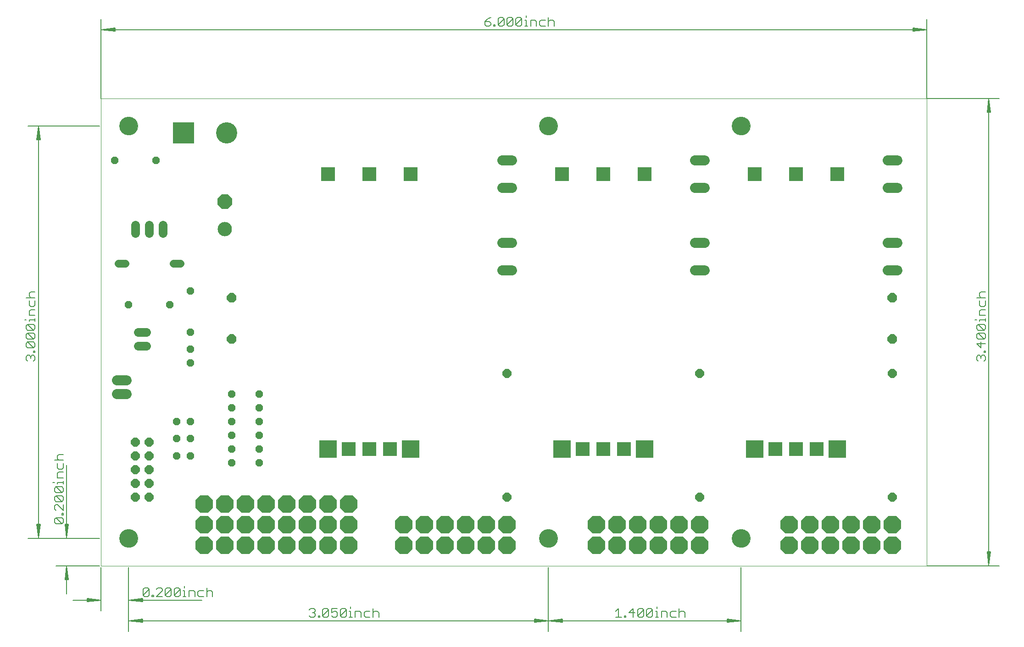
<source format=gbs>
G75*
%MOIN*%
%OFA0B0*%
%FSLAX25Y25*%
%IPPOS*%
%LPD*%
%AMOC8*
5,1,8,0,0,1.08239X$1,22.5*
%
%ADD10C,0.00000*%
%ADD11C,0.00512*%
%ADD12C,0.00600*%
%ADD13C,0.10400*%
%ADD14OC8,0.10400*%
%ADD15C,0.07450*%
%ADD16C,0.13400*%
%ADD17OC8,0.05600*%
%ADD18C,0.06400*%
%ADD19C,0.05600*%
%ADD20R,0.09849X0.09849*%
%ADD21R,0.13061X0.13061*%
%ADD22OC8,0.07000*%
%ADD23OC8,0.06400*%
%ADD24OC8,0.12900*%
%ADD25R,0.15400X0.15400*%
%ADD26C,0.15400*%
%ADD27C,0.07487*%
D10*
X0240000Y0265000D02*
X0240000Y0605000D01*
X0840000Y0605000D01*
X0840000Y0265000D01*
X0240000Y0265000D01*
X0253500Y0285000D02*
X0253502Y0285161D01*
X0253508Y0285321D01*
X0253518Y0285482D01*
X0253532Y0285642D01*
X0253550Y0285802D01*
X0253571Y0285961D01*
X0253597Y0286120D01*
X0253627Y0286278D01*
X0253660Y0286435D01*
X0253698Y0286592D01*
X0253739Y0286747D01*
X0253784Y0286901D01*
X0253833Y0287054D01*
X0253886Y0287206D01*
X0253942Y0287357D01*
X0254003Y0287506D01*
X0254066Y0287654D01*
X0254134Y0287800D01*
X0254205Y0287944D01*
X0254279Y0288086D01*
X0254357Y0288227D01*
X0254439Y0288365D01*
X0254524Y0288502D01*
X0254612Y0288636D01*
X0254704Y0288768D01*
X0254799Y0288898D01*
X0254897Y0289026D01*
X0254998Y0289151D01*
X0255102Y0289273D01*
X0255209Y0289393D01*
X0255319Y0289510D01*
X0255432Y0289625D01*
X0255548Y0289736D01*
X0255667Y0289845D01*
X0255788Y0289950D01*
X0255912Y0290053D01*
X0256038Y0290153D01*
X0256166Y0290249D01*
X0256297Y0290342D01*
X0256431Y0290432D01*
X0256566Y0290519D01*
X0256704Y0290602D01*
X0256843Y0290682D01*
X0256985Y0290758D01*
X0257128Y0290831D01*
X0257273Y0290900D01*
X0257420Y0290966D01*
X0257568Y0291028D01*
X0257718Y0291086D01*
X0257869Y0291141D01*
X0258022Y0291192D01*
X0258176Y0291239D01*
X0258331Y0291282D01*
X0258487Y0291321D01*
X0258643Y0291357D01*
X0258801Y0291388D01*
X0258959Y0291416D01*
X0259118Y0291440D01*
X0259278Y0291460D01*
X0259438Y0291476D01*
X0259598Y0291488D01*
X0259759Y0291496D01*
X0259920Y0291500D01*
X0260080Y0291500D01*
X0260241Y0291496D01*
X0260402Y0291488D01*
X0260562Y0291476D01*
X0260722Y0291460D01*
X0260882Y0291440D01*
X0261041Y0291416D01*
X0261199Y0291388D01*
X0261357Y0291357D01*
X0261513Y0291321D01*
X0261669Y0291282D01*
X0261824Y0291239D01*
X0261978Y0291192D01*
X0262131Y0291141D01*
X0262282Y0291086D01*
X0262432Y0291028D01*
X0262580Y0290966D01*
X0262727Y0290900D01*
X0262872Y0290831D01*
X0263015Y0290758D01*
X0263157Y0290682D01*
X0263296Y0290602D01*
X0263434Y0290519D01*
X0263569Y0290432D01*
X0263703Y0290342D01*
X0263834Y0290249D01*
X0263962Y0290153D01*
X0264088Y0290053D01*
X0264212Y0289950D01*
X0264333Y0289845D01*
X0264452Y0289736D01*
X0264568Y0289625D01*
X0264681Y0289510D01*
X0264791Y0289393D01*
X0264898Y0289273D01*
X0265002Y0289151D01*
X0265103Y0289026D01*
X0265201Y0288898D01*
X0265296Y0288768D01*
X0265388Y0288636D01*
X0265476Y0288502D01*
X0265561Y0288365D01*
X0265643Y0288227D01*
X0265721Y0288086D01*
X0265795Y0287944D01*
X0265866Y0287800D01*
X0265934Y0287654D01*
X0265997Y0287506D01*
X0266058Y0287357D01*
X0266114Y0287206D01*
X0266167Y0287054D01*
X0266216Y0286901D01*
X0266261Y0286747D01*
X0266302Y0286592D01*
X0266340Y0286435D01*
X0266373Y0286278D01*
X0266403Y0286120D01*
X0266429Y0285961D01*
X0266450Y0285802D01*
X0266468Y0285642D01*
X0266482Y0285482D01*
X0266492Y0285321D01*
X0266498Y0285161D01*
X0266500Y0285000D01*
X0266498Y0284839D01*
X0266492Y0284679D01*
X0266482Y0284518D01*
X0266468Y0284358D01*
X0266450Y0284198D01*
X0266429Y0284039D01*
X0266403Y0283880D01*
X0266373Y0283722D01*
X0266340Y0283565D01*
X0266302Y0283408D01*
X0266261Y0283253D01*
X0266216Y0283099D01*
X0266167Y0282946D01*
X0266114Y0282794D01*
X0266058Y0282643D01*
X0265997Y0282494D01*
X0265934Y0282346D01*
X0265866Y0282200D01*
X0265795Y0282056D01*
X0265721Y0281914D01*
X0265643Y0281773D01*
X0265561Y0281635D01*
X0265476Y0281498D01*
X0265388Y0281364D01*
X0265296Y0281232D01*
X0265201Y0281102D01*
X0265103Y0280974D01*
X0265002Y0280849D01*
X0264898Y0280727D01*
X0264791Y0280607D01*
X0264681Y0280490D01*
X0264568Y0280375D01*
X0264452Y0280264D01*
X0264333Y0280155D01*
X0264212Y0280050D01*
X0264088Y0279947D01*
X0263962Y0279847D01*
X0263834Y0279751D01*
X0263703Y0279658D01*
X0263569Y0279568D01*
X0263434Y0279481D01*
X0263296Y0279398D01*
X0263157Y0279318D01*
X0263015Y0279242D01*
X0262872Y0279169D01*
X0262727Y0279100D01*
X0262580Y0279034D01*
X0262432Y0278972D01*
X0262282Y0278914D01*
X0262131Y0278859D01*
X0261978Y0278808D01*
X0261824Y0278761D01*
X0261669Y0278718D01*
X0261513Y0278679D01*
X0261357Y0278643D01*
X0261199Y0278612D01*
X0261041Y0278584D01*
X0260882Y0278560D01*
X0260722Y0278540D01*
X0260562Y0278524D01*
X0260402Y0278512D01*
X0260241Y0278504D01*
X0260080Y0278500D01*
X0259920Y0278500D01*
X0259759Y0278504D01*
X0259598Y0278512D01*
X0259438Y0278524D01*
X0259278Y0278540D01*
X0259118Y0278560D01*
X0258959Y0278584D01*
X0258801Y0278612D01*
X0258643Y0278643D01*
X0258487Y0278679D01*
X0258331Y0278718D01*
X0258176Y0278761D01*
X0258022Y0278808D01*
X0257869Y0278859D01*
X0257718Y0278914D01*
X0257568Y0278972D01*
X0257420Y0279034D01*
X0257273Y0279100D01*
X0257128Y0279169D01*
X0256985Y0279242D01*
X0256843Y0279318D01*
X0256704Y0279398D01*
X0256566Y0279481D01*
X0256431Y0279568D01*
X0256297Y0279658D01*
X0256166Y0279751D01*
X0256038Y0279847D01*
X0255912Y0279947D01*
X0255788Y0280050D01*
X0255667Y0280155D01*
X0255548Y0280264D01*
X0255432Y0280375D01*
X0255319Y0280490D01*
X0255209Y0280607D01*
X0255102Y0280727D01*
X0254998Y0280849D01*
X0254897Y0280974D01*
X0254799Y0281102D01*
X0254704Y0281232D01*
X0254612Y0281364D01*
X0254524Y0281498D01*
X0254439Y0281635D01*
X0254357Y0281773D01*
X0254279Y0281914D01*
X0254205Y0282056D01*
X0254134Y0282200D01*
X0254066Y0282346D01*
X0254003Y0282494D01*
X0253942Y0282643D01*
X0253886Y0282794D01*
X0253833Y0282946D01*
X0253784Y0283099D01*
X0253739Y0283253D01*
X0253698Y0283408D01*
X0253660Y0283565D01*
X0253627Y0283722D01*
X0253597Y0283880D01*
X0253571Y0284039D01*
X0253550Y0284198D01*
X0253532Y0284358D01*
X0253518Y0284518D01*
X0253508Y0284679D01*
X0253502Y0284839D01*
X0253500Y0285000D01*
X0558500Y0285000D02*
X0558502Y0285161D01*
X0558508Y0285321D01*
X0558518Y0285482D01*
X0558532Y0285642D01*
X0558550Y0285802D01*
X0558571Y0285961D01*
X0558597Y0286120D01*
X0558627Y0286278D01*
X0558660Y0286435D01*
X0558698Y0286592D01*
X0558739Y0286747D01*
X0558784Y0286901D01*
X0558833Y0287054D01*
X0558886Y0287206D01*
X0558942Y0287357D01*
X0559003Y0287506D01*
X0559066Y0287654D01*
X0559134Y0287800D01*
X0559205Y0287944D01*
X0559279Y0288086D01*
X0559357Y0288227D01*
X0559439Y0288365D01*
X0559524Y0288502D01*
X0559612Y0288636D01*
X0559704Y0288768D01*
X0559799Y0288898D01*
X0559897Y0289026D01*
X0559998Y0289151D01*
X0560102Y0289273D01*
X0560209Y0289393D01*
X0560319Y0289510D01*
X0560432Y0289625D01*
X0560548Y0289736D01*
X0560667Y0289845D01*
X0560788Y0289950D01*
X0560912Y0290053D01*
X0561038Y0290153D01*
X0561166Y0290249D01*
X0561297Y0290342D01*
X0561431Y0290432D01*
X0561566Y0290519D01*
X0561704Y0290602D01*
X0561843Y0290682D01*
X0561985Y0290758D01*
X0562128Y0290831D01*
X0562273Y0290900D01*
X0562420Y0290966D01*
X0562568Y0291028D01*
X0562718Y0291086D01*
X0562869Y0291141D01*
X0563022Y0291192D01*
X0563176Y0291239D01*
X0563331Y0291282D01*
X0563487Y0291321D01*
X0563643Y0291357D01*
X0563801Y0291388D01*
X0563959Y0291416D01*
X0564118Y0291440D01*
X0564278Y0291460D01*
X0564438Y0291476D01*
X0564598Y0291488D01*
X0564759Y0291496D01*
X0564920Y0291500D01*
X0565080Y0291500D01*
X0565241Y0291496D01*
X0565402Y0291488D01*
X0565562Y0291476D01*
X0565722Y0291460D01*
X0565882Y0291440D01*
X0566041Y0291416D01*
X0566199Y0291388D01*
X0566357Y0291357D01*
X0566513Y0291321D01*
X0566669Y0291282D01*
X0566824Y0291239D01*
X0566978Y0291192D01*
X0567131Y0291141D01*
X0567282Y0291086D01*
X0567432Y0291028D01*
X0567580Y0290966D01*
X0567727Y0290900D01*
X0567872Y0290831D01*
X0568015Y0290758D01*
X0568157Y0290682D01*
X0568296Y0290602D01*
X0568434Y0290519D01*
X0568569Y0290432D01*
X0568703Y0290342D01*
X0568834Y0290249D01*
X0568962Y0290153D01*
X0569088Y0290053D01*
X0569212Y0289950D01*
X0569333Y0289845D01*
X0569452Y0289736D01*
X0569568Y0289625D01*
X0569681Y0289510D01*
X0569791Y0289393D01*
X0569898Y0289273D01*
X0570002Y0289151D01*
X0570103Y0289026D01*
X0570201Y0288898D01*
X0570296Y0288768D01*
X0570388Y0288636D01*
X0570476Y0288502D01*
X0570561Y0288365D01*
X0570643Y0288227D01*
X0570721Y0288086D01*
X0570795Y0287944D01*
X0570866Y0287800D01*
X0570934Y0287654D01*
X0570997Y0287506D01*
X0571058Y0287357D01*
X0571114Y0287206D01*
X0571167Y0287054D01*
X0571216Y0286901D01*
X0571261Y0286747D01*
X0571302Y0286592D01*
X0571340Y0286435D01*
X0571373Y0286278D01*
X0571403Y0286120D01*
X0571429Y0285961D01*
X0571450Y0285802D01*
X0571468Y0285642D01*
X0571482Y0285482D01*
X0571492Y0285321D01*
X0571498Y0285161D01*
X0571500Y0285000D01*
X0571498Y0284839D01*
X0571492Y0284679D01*
X0571482Y0284518D01*
X0571468Y0284358D01*
X0571450Y0284198D01*
X0571429Y0284039D01*
X0571403Y0283880D01*
X0571373Y0283722D01*
X0571340Y0283565D01*
X0571302Y0283408D01*
X0571261Y0283253D01*
X0571216Y0283099D01*
X0571167Y0282946D01*
X0571114Y0282794D01*
X0571058Y0282643D01*
X0570997Y0282494D01*
X0570934Y0282346D01*
X0570866Y0282200D01*
X0570795Y0282056D01*
X0570721Y0281914D01*
X0570643Y0281773D01*
X0570561Y0281635D01*
X0570476Y0281498D01*
X0570388Y0281364D01*
X0570296Y0281232D01*
X0570201Y0281102D01*
X0570103Y0280974D01*
X0570002Y0280849D01*
X0569898Y0280727D01*
X0569791Y0280607D01*
X0569681Y0280490D01*
X0569568Y0280375D01*
X0569452Y0280264D01*
X0569333Y0280155D01*
X0569212Y0280050D01*
X0569088Y0279947D01*
X0568962Y0279847D01*
X0568834Y0279751D01*
X0568703Y0279658D01*
X0568569Y0279568D01*
X0568434Y0279481D01*
X0568296Y0279398D01*
X0568157Y0279318D01*
X0568015Y0279242D01*
X0567872Y0279169D01*
X0567727Y0279100D01*
X0567580Y0279034D01*
X0567432Y0278972D01*
X0567282Y0278914D01*
X0567131Y0278859D01*
X0566978Y0278808D01*
X0566824Y0278761D01*
X0566669Y0278718D01*
X0566513Y0278679D01*
X0566357Y0278643D01*
X0566199Y0278612D01*
X0566041Y0278584D01*
X0565882Y0278560D01*
X0565722Y0278540D01*
X0565562Y0278524D01*
X0565402Y0278512D01*
X0565241Y0278504D01*
X0565080Y0278500D01*
X0564920Y0278500D01*
X0564759Y0278504D01*
X0564598Y0278512D01*
X0564438Y0278524D01*
X0564278Y0278540D01*
X0564118Y0278560D01*
X0563959Y0278584D01*
X0563801Y0278612D01*
X0563643Y0278643D01*
X0563487Y0278679D01*
X0563331Y0278718D01*
X0563176Y0278761D01*
X0563022Y0278808D01*
X0562869Y0278859D01*
X0562718Y0278914D01*
X0562568Y0278972D01*
X0562420Y0279034D01*
X0562273Y0279100D01*
X0562128Y0279169D01*
X0561985Y0279242D01*
X0561843Y0279318D01*
X0561704Y0279398D01*
X0561566Y0279481D01*
X0561431Y0279568D01*
X0561297Y0279658D01*
X0561166Y0279751D01*
X0561038Y0279847D01*
X0560912Y0279947D01*
X0560788Y0280050D01*
X0560667Y0280155D01*
X0560548Y0280264D01*
X0560432Y0280375D01*
X0560319Y0280490D01*
X0560209Y0280607D01*
X0560102Y0280727D01*
X0559998Y0280849D01*
X0559897Y0280974D01*
X0559799Y0281102D01*
X0559704Y0281232D01*
X0559612Y0281364D01*
X0559524Y0281498D01*
X0559439Y0281635D01*
X0559357Y0281773D01*
X0559279Y0281914D01*
X0559205Y0282056D01*
X0559134Y0282200D01*
X0559066Y0282346D01*
X0559003Y0282494D01*
X0558942Y0282643D01*
X0558886Y0282794D01*
X0558833Y0282946D01*
X0558784Y0283099D01*
X0558739Y0283253D01*
X0558698Y0283408D01*
X0558660Y0283565D01*
X0558627Y0283722D01*
X0558597Y0283880D01*
X0558571Y0284039D01*
X0558550Y0284198D01*
X0558532Y0284358D01*
X0558518Y0284518D01*
X0558508Y0284679D01*
X0558502Y0284839D01*
X0558500Y0285000D01*
X0698500Y0285000D02*
X0698502Y0285161D01*
X0698508Y0285321D01*
X0698518Y0285482D01*
X0698532Y0285642D01*
X0698550Y0285802D01*
X0698571Y0285961D01*
X0698597Y0286120D01*
X0698627Y0286278D01*
X0698660Y0286435D01*
X0698698Y0286592D01*
X0698739Y0286747D01*
X0698784Y0286901D01*
X0698833Y0287054D01*
X0698886Y0287206D01*
X0698942Y0287357D01*
X0699003Y0287506D01*
X0699066Y0287654D01*
X0699134Y0287800D01*
X0699205Y0287944D01*
X0699279Y0288086D01*
X0699357Y0288227D01*
X0699439Y0288365D01*
X0699524Y0288502D01*
X0699612Y0288636D01*
X0699704Y0288768D01*
X0699799Y0288898D01*
X0699897Y0289026D01*
X0699998Y0289151D01*
X0700102Y0289273D01*
X0700209Y0289393D01*
X0700319Y0289510D01*
X0700432Y0289625D01*
X0700548Y0289736D01*
X0700667Y0289845D01*
X0700788Y0289950D01*
X0700912Y0290053D01*
X0701038Y0290153D01*
X0701166Y0290249D01*
X0701297Y0290342D01*
X0701431Y0290432D01*
X0701566Y0290519D01*
X0701704Y0290602D01*
X0701843Y0290682D01*
X0701985Y0290758D01*
X0702128Y0290831D01*
X0702273Y0290900D01*
X0702420Y0290966D01*
X0702568Y0291028D01*
X0702718Y0291086D01*
X0702869Y0291141D01*
X0703022Y0291192D01*
X0703176Y0291239D01*
X0703331Y0291282D01*
X0703487Y0291321D01*
X0703643Y0291357D01*
X0703801Y0291388D01*
X0703959Y0291416D01*
X0704118Y0291440D01*
X0704278Y0291460D01*
X0704438Y0291476D01*
X0704598Y0291488D01*
X0704759Y0291496D01*
X0704920Y0291500D01*
X0705080Y0291500D01*
X0705241Y0291496D01*
X0705402Y0291488D01*
X0705562Y0291476D01*
X0705722Y0291460D01*
X0705882Y0291440D01*
X0706041Y0291416D01*
X0706199Y0291388D01*
X0706357Y0291357D01*
X0706513Y0291321D01*
X0706669Y0291282D01*
X0706824Y0291239D01*
X0706978Y0291192D01*
X0707131Y0291141D01*
X0707282Y0291086D01*
X0707432Y0291028D01*
X0707580Y0290966D01*
X0707727Y0290900D01*
X0707872Y0290831D01*
X0708015Y0290758D01*
X0708157Y0290682D01*
X0708296Y0290602D01*
X0708434Y0290519D01*
X0708569Y0290432D01*
X0708703Y0290342D01*
X0708834Y0290249D01*
X0708962Y0290153D01*
X0709088Y0290053D01*
X0709212Y0289950D01*
X0709333Y0289845D01*
X0709452Y0289736D01*
X0709568Y0289625D01*
X0709681Y0289510D01*
X0709791Y0289393D01*
X0709898Y0289273D01*
X0710002Y0289151D01*
X0710103Y0289026D01*
X0710201Y0288898D01*
X0710296Y0288768D01*
X0710388Y0288636D01*
X0710476Y0288502D01*
X0710561Y0288365D01*
X0710643Y0288227D01*
X0710721Y0288086D01*
X0710795Y0287944D01*
X0710866Y0287800D01*
X0710934Y0287654D01*
X0710997Y0287506D01*
X0711058Y0287357D01*
X0711114Y0287206D01*
X0711167Y0287054D01*
X0711216Y0286901D01*
X0711261Y0286747D01*
X0711302Y0286592D01*
X0711340Y0286435D01*
X0711373Y0286278D01*
X0711403Y0286120D01*
X0711429Y0285961D01*
X0711450Y0285802D01*
X0711468Y0285642D01*
X0711482Y0285482D01*
X0711492Y0285321D01*
X0711498Y0285161D01*
X0711500Y0285000D01*
X0711498Y0284839D01*
X0711492Y0284679D01*
X0711482Y0284518D01*
X0711468Y0284358D01*
X0711450Y0284198D01*
X0711429Y0284039D01*
X0711403Y0283880D01*
X0711373Y0283722D01*
X0711340Y0283565D01*
X0711302Y0283408D01*
X0711261Y0283253D01*
X0711216Y0283099D01*
X0711167Y0282946D01*
X0711114Y0282794D01*
X0711058Y0282643D01*
X0710997Y0282494D01*
X0710934Y0282346D01*
X0710866Y0282200D01*
X0710795Y0282056D01*
X0710721Y0281914D01*
X0710643Y0281773D01*
X0710561Y0281635D01*
X0710476Y0281498D01*
X0710388Y0281364D01*
X0710296Y0281232D01*
X0710201Y0281102D01*
X0710103Y0280974D01*
X0710002Y0280849D01*
X0709898Y0280727D01*
X0709791Y0280607D01*
X0709681Y0280490D01*
X0709568Y0280375D01*
X0709452Y0280264D01*
X0709333Y0280155D01*
X0709212Y0280050D01*
X0709088Y0279947D01*
X0708962Y0279847D01*
X0708834Y0279751D01*
X0708703Y0279658D01*
X0708569Y0279568D01*
X0708434Y0279481D01*
X0708296Y0279398D01*
X0708157Y0279318D01*
X0708015Y0279242D01*
X0707872Y0279169D01*
X0707727Y0279100D01*
X0707580Y0279034D01*
X0707432Y0278972D01*
X0707282Y0278914D01*
X0707131Y0278859D01*
X0706978Y0278808D01*
X0706824Y0278761D01*
X0706669Y0278718D01*
X0706513Y0278679D01*
X0706357Y0278643D01*
X0706199Y0278612D01*
X0706041Y0278584D01*
X0705882Y0278560D01*
X0705722Y0278540D01*
X0705562Y0278524D01*
X0705402Y0278512D01*
X0705241Y0278504D01*
X0705080Y0278500D01*
X0704920Y0278500D01*
X0704759Y0278504D01*
X0704598Y0278512D01*
X0704438Y0278524D01*
X0704278Y0278540D01*
X0704118Y0278560D01*
X0703959Y0278584D01*
X0703801Y0278612D01*
X0703643Y0278643D01*
X0703487Y0278679D01*
X0703331Y0278718D01*
X0703176Y0278761D01*
X0703022Y0278808D01*
X0702869Y0278859D01*
X0702718Y0278914D01*
X0702568Y0278972D01*
X0702420Y0279034D01*
X0702273Y0279100D01*
X0702128Y0279169D01*
X0701985Y0279242D01*
X0701843Y0279318D01*
X0701704Y0279398D01*
X0701566Y0279481D01*
X0701431Y0279568D01*
X0701297Y0279658D01*
X0701166Y0279751D01*
X0701038Y0279847D01*
X0700912Y0279947D01*
X0700788Y0280050D01*
X0700667Y0280155D01*
X0700548Y0280264D01*
X0700432Y0280375D01*
X0700319Y0280490D01*
X0700209Y0280607D01*
X0700102Y0280727D01*
X0699998Y0280849D01*
X0699897Y0280974D01*
X0699799Y0281102D01*
X0699704Y0281232D01*
X0699612Y0281364D01*
X0699524Y0281498D01*
X0699439Y0281635D01*
X0699357Y0281773D01*
X0699279Y0281914D01*
X0699205Y0282056D01*
X0699134Y0282200D01*
X0699066Y0282346D01*
X0699003Y0282494D01*
X0698942Y0282643D01*
X0698886Y0282794D01*
X0698833Y0282946D01*
X0698784Y0283099D01*
X0698739Y0283253D01*
X0698698Y0283408D01*
X0698660Y0283565D01*
X0698627Y0283722D01*
X0698597Y0283880D01*
X0698571Y0284039D01*
X0698550Y0284198D01*
X0698532Y0284358D01*
X0698518Y0284518D01*
X0698508Y0284679D01*
X0698502Y0284839D01*
X0698500Y0285000D01*
X0698500Y0585000D02*
X0698502Y0585161D01*
X0698508Y0585321D01*
X0698518Y0585482D01*
X0698532Y0585642D01*
X0698550Y0585802D01*
X0698571Y0585961D01*
X0698597Y0586120D01*
X0698627Y0586278D01*
X0698660Y0586435D01*
X0698698Y0586592D01*
X0698739Y0586747D01*
X0698784Y0586901D01*
X0698833Y0587054D01*
X0698886Y0587206D01*
X0698942Y0587357D01*
X0699003Y0587506D01*
X0699066Y0587654D01*
X0699134Y0587800D01*
X0699205Y0587944D01*
X0699279Y0588086D01*
X0699357Y0588227D01*
X0699439Y0588365D01*
X0699524Y0588502D01*
X0699612Y0588636D01*
X0699704Y0588768D01*
X0699799Y0588898D01*
X0699897Y0589026D01*
X0699998Y0589151D01*
X0700102Y0589273D01*
X0700209Y0589393D01*
X0700319Y0589510D01*
X0700432Y0589625D01*
X0700548Y0589736D01*
X0700667Y0589845D01*
X0700788Y0589950D01*
X0700912Y0590053D01*
X0701038Y0590153D01*
X0701166Y0590249D01*
X0701297Y0590342D01*
X0701431Y0590432D01*
X0701566Y0590519D01*
X0701704Y0590602D01*
X0701843Y0590682D01*
X0701985Y0590758D01*
X0702128Y0590831D01*
X0702273Y0590900D01*
X0702420Y0590966D01*
X0702568Y0591028D01*
X0702718Y0591086D01*
X0702869Y0591141D01*
X0703022Y0591192D01*
X0703176Y0591239D01*
X0703331Y0591282D01*
X0703487Y0591321D01*
X0703643Y0591357D01*
X0703801Y0591388D01*
X0703959Y0591416D01*
X0704118Y0591440D01*
X0704278Y0591460D01*
X0704438Y0591476D01*
X0704598Y0591488D01*
X0704759Y0591496D01*
X0704920Y0591500D01*
X0705080Y0591500D01*
X0705241Y0591496D01*
X0705402Y0591488D01*
X0705562Y0591476D01*
X0705722Y0591460D01*
X0705882Y0591440D01*
X0706041Y0591416D01*
X0706199Y0591388D01*
X0706357Y0591357D01*
X0706513Y0591321D01*
X0706669Y0591282D01*
X0706824Y0591239D01*
X0706978Y0591192D01*
X0707131Y0591141D01*
X0707282Y0591086D01*
X0707432Y0591028D01*
X0707580Y0590966D01*
X0707727Y0590900D01*
X0707872Y0590831D01*
X0708015Y0590758D01*
X0708157Y0590682D01*
X0708296Y0590602D01*
X0708434Y0590519D01*
X0708569Y0590432D01*
X0708703Y0590342D01*
X0708834Y0590249D01*
X0708962Y0590153D01*
X0709088Y0590053D01*
X0709212Y0589950D01*
X0709333Y0589845D01*
X0709452Y0589736D01*
X0709568Y0589625D01*
X0709681Y0589510D01*
X0709791Y0589393D01*
X0709898Y0589273D01*
X0710002Y0589151D01*
X0710103Y0589026D01*
X0710201Y0588898D01*
X0710296Y0588768D01*
X0710388Y0588636D01*
X0710476Y0588502D01*
X0710561Y0588365D01*
X0710643Y0588227D01*
X0710721Y0588086D01*
X0710795Y0587944D01*
X0710866Y0587800D01*
X0710934Y0587654D01*
X0710997Y0587506D01*
X0711058Y0587357D01*
X0711114Y0587206D01*
X0711167Y0587054D01*
X0711216Y0586901D01*
X0711261Y0586747D01*
X0711302Y0586592D01*
X0711340Y0586435D01*
X0711373Y0586278D01*
X0711403Y0586120D01*
X0711429Y0585961D01*
X0711450Y0585802D01*
X0711468Y0585642D01*
X0711482Y0585482D01*
X0711492Y0585321D01*
X0711498Y0585161D01*
X0711500Y0585000D01*
X0711498Y0584839D01*
X0711492Y0584679D01*
X0711482Y0584518D01*
X0711468Y0584358D01*
X0711450Y0584198D01*
X0711429Y0584039D01*
X0711403Y0583880D01*
X0711373Y0583722D01*
X0711340Y0583565D01*
X0711302Y0583408D01*
X0711261Y0583253D01*
X0711216Y0583099D01*
X0711167Y0582946D01*
X0711114Y0582794D01*
X0711058Y0582643D01*
X0710997Y0582494D01*
X0710934Y0582346D01*
X0710866Y0582200D01*
X0710795Y0582056D01*
X0710721Y0581914D01*
X0710643Y0581773D01*
X0710561Y0581635D01*
X0710476Y0581498D01*
X0710388Y0581364D01*
X0710296Y0581232D01*
X0710201Y0581102D01*
X0710103Y0580974D01*
X0710002Y0580849D01*
X0709898Y0580727D01*
X0709791Y0580607D01*
X0709681Y0580490D01*
X0709568Y0580375D01*
X0709452Y0580264D01*
X0709333Y0580155D01*
X0709212Y0580050D01*
X0709088Y0579947D01*
X0708962Y0579847D01*
X0708834Y0579751D01*
X0708703Y0579658D01*
X0708569Y0579568D01*
X0708434Y0579481D01*
X0708296Y0579398D01*
X0708157Y0579318D01*
X0708015Y0579242D01*
X0707872Y0579169D01*
X0707727Y0579100D01*
X0707580Y0579034D01*
X0707432Y0578972D01*
X0707282Y0578914D01*
X0707131Y0578859D01*
X0706978Y0578808D01*
X0706824Y0578761D01*
X0706669Y0578718D01*
X0706513Y0578679D01*
X0706357Y0578643D01*
X0706199Y0578612D01*
X0706041Y0578584D01*
X0705882Y0578560D01*
X0705722Y0578540D01*
X0705562Y0578524D01*
X0705402Y0578512D01*
X0705241Y0578504D01*
X0705080Y0578500D01*
X0704920Y0578500D01*
X0704759Y0578504D01*
X0704598Y0578512D01*
X0704438Y0578524D01*
X0704278Y0578540D01*
X0704118Y0578560D01*
X0703959Y0578584D01*
X0703801Y0578612D01*
X0703643Y0578643D01*
X0703487Y0578679D01*
X0703331Y0578718D01*
X0703176Y0578761D01*
X0703022Y0578808D01*
X0702869Y0578859D01*
X0702718Y0578914D01*
X0702568Y0578972D01*
X0702420Y0579034D01*
X0702273Y0579100D01*
X0702128Y0579169D01*
X0701985Y0579242D01*
X0701843Y0579318D01*
X0701704Y0579398D01*
X0701566Y0579481D01*
X0701431Y0579568D01*
X0701297Y0579658D01*
X0701166Y0579751D01*
X0701038Y0579847D01*
X0700912Y0579947D01*
X0700788Y0580050D01*
X0700667Y0580155D01*
X0700548Y0580264D01*
X0700432Y0580375D01*
X0700319Y0580490D01*
X0700209Y0580607D01*
X0700102Y0580727D01*
X0699998Y0580849D01*
X0699897Y0580974D01*
X0699799Y0581102D01*
X0699704Y0581232D01*
X0699612Y0581364D01*
X0699524Y0581498D01*
X0699439Y0581635D01*
X0699357Y0581773D01*
X0699279Y0581914D01*
X0699205Y0582056D01*
X0699134Y0582200D01*
X0699066Y0582346D01*
X0699003Y0582494D01*
X0698942Y0582643D01*
X0698886Y0582794D01*
X0698833Y0582946D01*
X0698784Y0583099D01*
X0698739Y0583253D01*
X0698698Y0583408D01*
X0698660Y0583565D01*
X0698627Y0583722D01*
X0698597Y0583880D01*
X0698571Y0584039D01*
X0698550Y0584198D01*
X0698532Y0584358D01*
X0698518Y0584518D01*
X0698508Y0584679D01*
X0698502Y0584839D01*
X0698500Y0585000D01*
X0558500Y0585000D02*
X0558502Y0585161D01*
X0558508Y0585321D01*
X0558518Y0585482D01*
X0558532Y0585642D01*
X0558550Y0585802D01*
X0558571Y0585961D01*
X0558597Y0586120D01*
X0558627Y0586278D01*
X0558660Y0586435D01*
X0558698Y0586592D01*
X0558739Y0586747D01*
X0558784Y0586901D01*
X0558833Y0587054D01*
X0558886Y0587206D01*
X0558942Y0587357D01*
X0559003Y0587506D01*
X0559066Y0587654D01*
X0559134Y0587800D01*
X0559205Y0587944D01*
X0559279Y0588086D01*
X0559357Y0588227D01*
X0559439Y0588365D01*
X0559524Y0588502D01*
X0559612Y0588636D01*
X0559704Y0588768D01*
X0559799Y0588898D01*
X0559897Y0589026D01*
X0559998Y0589151D01*
X0560102Y0589273D01*
X0560209Y0589393D01*
X0560319Y0589510D01*
X0560432Y0589625D01*
X0560548Y0589736D01*
X0560667Y0589845D01*
X0560788Y0589950D01*
X0560912Y0590053D01*
X0561038Y0590153D01*
X0561166Y0590249D01*
X0561297Y0590342D01*
X0561431Y0590432D01*
X0561566Y0590519D01*
X0561704Y0590602D01*
X0561843Y0590682D01*
X0561985Y0590758D01*
X0562128Y0590831D01*
X0562273Y0590900D01*
X0562420Y0590966D01*
X0562568Y0591028D01*
X0562718Y0591086D01*
X0562869Y0591141D01*
X0563022Y0591192D01*
X0563176Y0591239D01*
X0563331Y0591282D01*
X0563487Y0591321D01*
X0563643Y0591357D01*
X0563801Y0591388D01*
X0563959Y0591416D01*
X0564118Y0591440D01*
X0564278Y0591460D01*
X0564438Y0591476D01*
X0564598Y0591488D01*
X0564759Y0591496D01*
X0564920Y0591500D01*
X0565080Y0591500D01*
X0565241Y0591496D01*
X0565402Y0591488D01*
X0565562Y0591476D01*
X0565722Y0591460D01*
X0565882Y0591440D01*
X0566041Y0591416D01*
X0566199Y0591388D01*
X0566357Y0591357D01*
X0566513Y0591321D01*
X0566669Y0591282D01*
X0566824Y0591239D01*
X0566978Y0591192D01*
X0567131Y0591141D01*
X0567282Y0591086D01*
X0567432Y0591028D01*
X0567580Y0590966D01*
X0567727Y0590900D01*
X0567872Y0590831D01*
X0568015Y0590758D01*
X0568157Y0590682D01*
X0568296Y0590602D01*
X0568434Y0590519D01*
X0568569Y0590432D01*
X0568703Y0590342D01*
X0568834Y0590249D01*
X0568962Y0590153D01*
X0569088Y0590053D01*
X0569212Y0589950D01*
X0569333Y0589845D01*
X0569452Y0589736D01*
X0569568Y0589625D01*
X0569681Y0589510D01*
X0569791Y0589393D01*
X0569898Y0589273D01*
X0570002Y0589151D01*
X0570103Y0589026D01*
X0570201Y0588898D01*
X0570296Y0588768D01*
X0570388Y0588636D01*
X0570476Y0588502D01*
X0570561Y0588365D01*
X0570643Y0588227D01*
X0570721Y0588086D01*
X0570795Y0587944D01*
X0570866Y0587800D01*
X0570934Y0587654D01*
X0570997Y0587506D01*
X0571058Y0587357D01*
X0571114Y0587206D01*
X0571167Y0587054D01*
X0571216Y0586901D01*
X0571261Y0586747D01*
X0571302Y0586592D01*
X0571340Y0586435D01*
X0571373Y0586278D01*
X0571403Y0586120D01*
X0571429Y0585961D01*
X0571450Y0585802D01*
X0571468Y0585642D01*
X0571482Y0585482D01*
X0571492Y0585321D01*
X0571498Y0585161D01*
X0571500Y0585000D01*
X0571498Y0584839D01*
X0571492Y0584679D01*
X0571482Y0584518D01*
X0571468Y0584358D01*
X0571450Y0584198D01*
X0571429Y0584039D01*
X0571403Y0583880D01*
X0571373Y0583722D01*
X0571340Y0583565D01*
X0571302Y0583408D01*
X0571261Y0583253D01*
X0571216Y0583099D01*
X0571167Y0582946D01*
X0571114Y0582794D01*
X0571058Y0582643D01*
X0570997Y0582494D01*
X0570934Y0582346D01*
X0570866Y0582200D01*
X0570795Y0582056D01*
X0570721Y0581914D01*
X0570643Y0581773D01*
X0570561Y0581635D01*
X0570476Y0581498D01*
X0570388Y0581364D01*
X0570296Y0581232D01*
X0570201Y0581102D01*
X0570103Y0580974D01*
X0570002Y0580849D01*
X0569898Y0580727D01*
X0569791Y0580607D01*
X0569681Y0580490D01*
X0569568Y0580375D01*
X0569452Y0580264D01*
X0569333Y0580155D01*
X0569212Y0580050D01*
X0569088Y0579947D01*
X0568962Y0579847D01*
X0568834Y0579751D01*
X0568703Y0579658D01*
X0568569Y0579568D01*
X0568434Y0579481D01*
X0568296Y0579398D01*
X0568157Y0579318D01*
X0568015Y0579242D01*
X0567872Y0579169D01*
X0567727Y0579100D01*
X0567580Y0579034D01*
X0567432Y0578972D01*
X0567282Y0578914D01*
X0567131Y0578859D01*
X0566978Y0578808D01*
X0566824Y0578761D01*
X0566669Y0578718D01*
X0566513Y0578679D01*
X0566357Y0578643D01*
X0566199Y0578612D01*
X0566041Y0578584D01*
X0565882Y0578560D01*
X0565722Y0578540D01*
X0565562Y0578524D01*
X0565402Y0578512D01*
X0565241Y0578504D01*
X0565080Y0578500D01*
X0564920Y0578500D01*
X0564759Y0578504D01*
X0564598Y0578512D01*
X0564438Y0578524D01*
X0564278Y0578540D01*
X0564118Y0578560D01*
X0563959Y0578584D01*
X0563801Y0578612D01*
X0563643Y0578643D01*
X0563487Y0578679D01*
X0563331Y0578718D01*
X0563176Y0578761D01*
X0563022Y0578808D01*
X0562869Y0578859D01*
X0562718Y0578914D01*
X0562568Y0578972D01*
X0562420Y0579034D01*
X0562273Y0579100D01*
X0562128Y0579169D01*
X0561985Y0579242D01*
X0561843Y0579318D01*
X0561704Y0579398D01*
X0561566Y0579481D01*
X0561431Y0579568D01*
X0561297Y0579658D01*
X0561166Y0579751D01*
X0561038Y0579847D01*
X0560912Y0579947D01*
X0560788Y0580050D01*
X0560667Y0580155D01*
X0560548Y0580264D01*
X0560432Y0580375D01*
X0560319Y0580490D01*
X0560209Y0580607D01*
X0560102Y0580727D01*
X0559998Y0580849D01*
X0559897Y0580974D01*
X0559799Y0581102D01*
X0559704Y0581232D01*
X0559612Y0581364D01*
X0559524Y0581498D01*
X0559439Y0581635D01*
X0559357Y0581773D01*
X0559279Y0581914D01*
X0559205Y0582056D01*
X0559134Y0582200D01*
X0559066Y0582346D01*
X0559003Y0582494D01*
X0558942Y0582643D01*
X0558886Y0582794D01*
X0558833Y0582946D01*
X0558784Y0583099D01*
X0558739Y0583253D01*
X0558698Y0583408D01*
X0558660Y0583565D01*
X0558627Y0583722D01*
X0558597Y0583880D01*
X0558571Y0584039D01*
X0558550Y0584198D01*
X0558532Y0584358D01*
X0558518Y0584518D01*
X0558508Y0584679D01*
X0558502Y0584839D01*
X0558500Y0585000D01*
X0253500Y0585000D02*
X0253502Y0585161D01*
X0253508Y0585321D01*
X0253518Y0585482D01*
X0253532Y0585642D01*
X0253550Y0585802D01*
X0253571Y0585961D01*
X0253597Y0586120D01*
X0253627Y0586278D01*
X0253660Y0586435D01*
X0253698Y0586592D01*
X0253739Y0586747D01*
X0253784Y0586901D01*
X0253833Y0587054D01*
X0253886Y0587206D01*
X0253942Y0587357D01*
X0254003Y0587506D01*
X0254066Y0587654D01*
X0254134Y0587800D01*
X0254205Y0587944D01*
X0254279Y0588086D01*
X0254357Y0588227D01*
X0254439Y0588365D01*
X0254524Y0588502D01*
X0254612Y0588636D01*
X0254704Y0588768D01*
X0254799Y0588898D01*
X0254897Y0589026D01*
X0254998Y0589151D01*
X0255102Y0589273D01*
X0255209Y0589393D01*
X0255319Y0589510D01*
X0255432Y0589625D01*
X0255548Y0589736D01*
X0255667Y0589845D01*
X0255788Y0589950D01*
X0255912Y0590053D01*
X0256038Y0590153D01*
X0256166Y0590249D01*
X0256297Y0590342D01*
X0256431Y0590432D01*
X0256566Y0590519D01*
X0256704Y0590602D01*
X0256843Y0590682D01*
X0256985Y0590758D01*
X0257128Y0590831D01*
X0257273Y0590900D01*
X0257420Y0590966D01*
X0257568Y0591028D01*
X0257718Y0591086D01*
X0257869Y0591141D01*
X0258022Y0591192D01*
X0258176Y0591239D01*
X0258331Y0591282D01*
X0258487Y0591321D01*
X0258643Y0591357D01*
X0258801Y0591388D01*
X0258959Y0591416D01*
X0259118Y0591440D01*
X0259278Y0591460D01*
X0259438Y0591476D01*
X0259598Y0591488D01*
X0259759Y0591496D01*
X0259920Y0591500D01*
X0260080Y0591500D01*
X0260241Y0591496D01*
X0260402Y0591488D01*
X0260562Y0591476D01*
X0260722Y0591460D01*
X0260882Y0591440D01*
X0261041Y0591416D01*
X0261199Y0591388D01*
X0261357Y0591357D01*
X0261513Y0591321D01*
X0261669Y0591282D01*
X0261824Y0591239D01*
X0261978Y0591192D01*
X0262131Y0591141D01*
X0262282Y0591086D01*
X0262432Y0591028D01*
X0262580Y0590966D01*
X0262727Y0590900D01*
X0262872Y0590831D01*
X0263015Y0590758D01*
X0263157Y0590682D01*
X0263296Y0590602D01*
X0263434Y0590519D01*
X0263569Y0590432D01*
X0263703Y0590342D01*
X0263834Y0590249D01*
X0263962Y0590153D01*
X0264088Y0590053D01*
X0264212Y0589950D01*
X0264333Y0589845D01*
X0264452Y0589736D01*
X0264568Y0589625D01*
X0264681Y0589510D01*
X0264791Y0589393D01*
X0264898Y0589273D01*
X0265002Y0589151D01*
X0265103Y0589026D01*
X0265201Y0588898D01*
X0265296Y0588768D01*
X0265388Y0588636D01*
X0265476Y0588502D01*
X0265561Y0588365D01*
X0265643Y0588227D01*
X0265721Y0588086D01*
X0265795Y0587944D01*
X0265866Y0587800D01*
X0265934Y0587654D01*
X0265997Y0587506D01*
X0266058Y0587357D01*
X0266114Y0587206D01*
X0266167Y0587054D01*
X0266216Y0586901D01*
X0266261Y0586747D01*
X0266302Y0586592D01*
X0266340Y0586435D01*
X0266373Y0586278D01*
X0266403Y0586120D01*
X0266429Y0585961D01*
X0266450Y0585802D01*
X0266468Y0585642D01*
X0266482Y0585482D01*
X0266492Y0585321D01*
X0266498Y0585161D01*
X0266500Y0585000D01*
X0266498Y0584839D01*
X0266492Y0584679D01*
X0266482Y0584518D01*
X0266468Y0584358D01*
X0266450Y0584198D01*
X0266429Y0584039D01*
X0266403Y0583880D01*
X0266373Y0583722D01*
X0266340Y0583565D01*
X0266302Y0583408D01*
X0266261Y0583253D01*
X0266216Y0583099D01*
X0266167Y0582946D01*
X0266114Y0582794D01*
X0266058Y0582643D01*
X0265997Y0582494D01*
X0265934Y0582346D01*
X0265866Y0582200D01*
X0265795Y0582056D01*
X0265721Y0581914D01*
X0265643Y0581773D01*
X0265561Y0581635D01*
X0265476Y0581498D01*
X0265388Y0581364D01*
X0265296Y0581232D01*
X0265201Y0581102D01*
X0265103Y0580974D01*
X0265002Y0580849D01*
X0264898Y0580727D01*
X0264791Y0580607D01*
X0264681Y0580490D01*
X0264568Y0580375D01*
X0264452Y0580264D01*
X0264333Y0580155D01*
X0264212Y0580050D01*
X0264088Y0579947D01*
X0263962Y0579847D01*
X0263834Y0579751D01*
X0263703Y0579658D01*
X0263569Y0579568D01*
X0263434Y0579481D01*
X0263296Y0579398D01*
X0263157Y0579318D01*
X0263015Y0579242D01*
X0262872Y0579169D01*
X0262727Y0579100D01*
X0262580Y0579034D01*
X0262432Y0578972D01*
X0262282Y0578914D01*
X0262131Y0578859D01*
X0261978Y0578808D01*
X0261824Y0578761D01*
X0261669Y0578718D01*
X0261513Y0578679D01*
X0261357Y0578643D01*
X0261199Y0578612D01*
X0261041Y0578584D01*
X0260882Y0578560D01*
X0260722Y0578540D01*
X0260562Y0578524D01*
X0260402Y0578512D01*
X0260241Y0578504D01*
X0260080Y0578500D01*
X0259920Y0578500D01*
X0259759Y0578504D01*
X0259598Y0578512D01*
X0259438Y0578524D01*
X0259278Y0578540D01*
X0259118Y0578560D01*
X0258959Y0578584D01*
X0258801Y0578612D01*
X0258643Y0578643D01*
X0258487Y0578679D01*
X0258331Y0578718D01*
X0258176Y0578761D01*
X0258022Y0578808D01*
X0257869Y0578859D01*
X0257718Y0578914D01*
X0257568Y0578972D01*
X0257420Y0579034D01*
X0257273Y0579100D01*
X0257128Y0579169D01*
X0256985Y0579242D01*
X0256843Y0579318D01*
X0256704Y0579398D01*
X0256566Y0579481D01*
X0256431Y0579568D01*
X0256297Y0579658D01*
X0256166Y0579751D01*
X0256038Y0579847D01*
X0255912Y0579947D01*
X0255788Y0580050D01*
X0255667Y0580155D01*
X0255548Y0580264D01*
X0255432Y0580375D01*
X0255319Y0580490D01*
X0255209Y0580607D01*
X0255102Y0580727D01*
X0254998Y0580849D01*
X0254897Y0580974D01*
X0254799Y0581102D01*
X0254704Y0581232D01*
X0254612Y0581364D01*
X0254524Y0581498D01*
X0254439Y0581635D01*
X0254357Y0581773D01*
X0254279Y0581914D01*
X0254205Y0582056D01*
X0254134Y0582200D01*
X0254066Y0582346D01*
X0254003Y0582494D01*
X0253942Y0582643D01*
X0253886Y0582794D01*
X0253833Y0582946D01*
X0253784Y0583099D01*
X0253739Y0583253D01*
X0253698Y0583408D01*
X0253660Y0583565D01*
X0253627Y0583722D01*
X0253597Y0583880D01*
X0253571Y0584039D01*
X0253550Y0584198D01*
X0253532Y0584358D01*
X0253518Y0584518D01*
X0253508Y0584679D01*
X0253502Y0584839D01*
X0253500Y0585000D01*
D11*
X0260000Y0264000D02*
X0260000Y0217323D01*
X0260256Y0225000D02*
X0270236Y0223976D01*
X0270236Y0223743D02*
X0260256Y0225000D01*
X0270236Y0226024D01*
X0270236Y0226257D02*
X0270236Y0223743D01*
X0270236Y0224488D02*
X0260256Y0225000D01*
X0270236Y0225512D01*
X0270236Y0226257D02*
X0260256Y0225000D01*
X0564744Y0225000D01*
X0554764Y0223976D01*
X0554764Y0223743D02*
X0564744Y0225000D01*
X0554764Y0226024D01*
X0554764Y0226257D02*
X0554764Y0223743D01*
X0554764Y0224488D02*
X0564744Y0225000D01*
X0554764Y0225512D01*
X0554764Y0226257D02*
X0564744Y0225000D01*
X0565256Y0225000D02*
X0575236Y0223976D01*
X0575236Y0223743D02*
X0565256Y0225000D01*
X0575236Y0226024D01*
X0575236Y0226257D02*
X0575236Y0223743D01*
X0575236Y0224488D02*
X0565256Y0225000D01*
X0575236Y0225512D01*
X0575236Y0226257D02*
X0565256Y0225000D01*
X0704744Y0225000D01*
X0694764Y0223976D01*
X0694764Y0223743D02*
X0704744Y0225000D01*
X0694764Y0226024D01*
X0694764Y0226257D02*
X0694764Y0223743D01*
X0694764Y0224488D02*
X0704744Y0225000D01*
X0694764Y0225512D01*
X0694764Y0226257D02*
X0704744Y0225000D01*
X0705000Y0217323D02*
X0705000Y0264000D01*
X0840000Y0265000D02*
X0892677Y0265000D01*
X0885000Y0265256D02*
X0886024Y0275236D01*
X0886257Y0275236D02*
X0885000Y0265256D01*
X0883976Y0275236D01*
X0883743Y0275236D02*
X0886257Y0275236D01*
X0885512Y0275236D02*
X0885000Y0265256D01*
X0884488Y0275236D01*
X0883743Y0275236D02*
X0885000Y0265256D01*
X0885000Y0604744D01*
X0886024Y0594764D01*
X0886257Y0594764D02*
X0885000Y0604744D01*
X0883976Y0594764D01*
X0883743Y0594764D02*
X0886257Y0594764D01*
X0885512Y0594764D02*
X0885000Y0604744D01*
X0884488Y0594764D01*
X0883743Y0594764D02*
X0885000Y0604744D01*
X0892677Y0605000D02*
X0840000Y0605000D01*
X0840000Y0662677D01*
X0839744Y0655000D02*
X0829764Y0653976D01*
X0829764Y0653743D02*
X0839744Y0655000D01*
X0829764Y0656024D01*
X0829764Y0656257D02*
X0829764Y0653743D01*
X0829764Y0654488D02*
X0839744Y0655000D01*
X0829764Y0655512D01*
X0829764Y0656257D02*
X0839744Y0655000D01*
X0240256Y0655000D01*
X0250236Y0653976D01*
X0250236Y0653743D02*
X0240256Y0655000D01*
X0250236Y0656024D01*
X0250236Y0656257D02*
X0250236Y0653743D01*
X0250236Y0654488D02*
X0240256Y0655000D01*
X0250236Y0655512D01*
X0250236Y0656257D02*
X0240256Y0655000D01*
X0240000Y0662677D02*
X0240000Y0605000D01*
X0239000Y0585000D02*
X0186900Y0585000D01*
X0194577Y0584744D02*
X0195601Y0574764D01*
X0195834Y0574764D02*
X0194577Y0584744D01*
X0193553Y0574764D01*
X0193320Y0574764D02*
X0195834Y0574764D01*
X0195089Y0574764D02*
X0194577Y0584744D01*
X0194065Y0574764D01*
X0193320Y0574764D02*
X0194577Y0584744D01*
X0194577Y0285256D01*
X0195601Y0295236D01*
X0195834Y0295236D02*
X0194577Y0285256D01*
X0193553Y0295236D01*
X0193320Y0295236D02*
X0195834Y0295236D01*
X0195089Y0295236D02*
X0194577Y0285256D01*
X0194065Y0295236D01*
X0193320Y0295236D02*
X0194577Y0285256D01*
X0186900Y0285000D02*
X0239000Y0285000D01*
X0207323Y0285000D01*
X0215000Y0285256D02*
X0216024Y0295236D01*
X0216257Y0295236D02*
X0215000Y0285256D01*
X0213976Y0295236D01*
X0213743Y0295236D02*
X0216257Y0295236D01*
X0215512Y0295236D02*
X0215000Y0285256D01*
X0214488Y0295236D01*
X0213743Y0295236D02*
X0215000Y0285256D01*
X0215000Y0338284D01*
X0215000Y0264744D02*
X0216024Y0254764D01*
X0216257Y0254764D02*
X0215000Y0264744D01*
X0213976Y0254764D01*
X0213743Y0254764D02*
X0216257Y0254764D01*
X0215512Y0254764D02*
X0215000Y0264744D01*
X0214488Y0254764D01*
X0213743Y0254764D02*
X0215000Y0264744D01*
X0215000Y0244528D01*
X0219528Y0240000D02*
X0239744Y0240000D01*
X0229764Y0238976D01*
X0229764Y0238743D02*
X0239744Y0240000D01*
X0229764Y0241024D01*
X0229764Y0241257D02*
X0229764Y0238743D01*
X0229764Y0239488D02*
X0239744Y0240000D01*
X0229764Y0240512D01*
X0229764Y0241257D02*
X0239744Y0240000D01*
X0240000Y0232323D02*
X0240000Y0264000D01*
X0239000Y0265000D02*
X0207323Y0265000D01*
X0260000Y0264000D02*
X0260000Y0232323D01*
X0260256Y0240000D02*
X0270236Y0238976D01*
X0270236Y0238743D02*
X0260256Y0240000D01*
X0270236Y0241024D01*
X0270236Y0241257D02*
X0270236Y0238743D01*
X0270236Y0239488D02*
X0260256Y0240000D01*
X0270236Y0240512D01*
X0270236Y0241257D02*
X0260256Y0240000D01*
X0313284Y0240000D01*
X0565000Y0217323D02*
X0565000Y0264000D01*
X0565000Y0217323D01*
D12*
X0613776Y0227562D02*
X0618046Y0227562D01*
X0615911Y0227562D02*
X0615911Y0233967D01*
X0613776Y0231832D01*
X0620221Y0228629D02*
X0621289Y0228629D01*
X0621289Y0227562D01*
X0620221Y0227562D01*
X0620221Y0228629D01*
X0623444Y0230765D02*
X0627715Y0230765D01*
X0629890Y0232900D02*
X0630957Y0233967D01*
X0633092Y0233967D01*
X0634160Y0232900D01*
X0629890Y0228629D01*
X0630957Y0227562D01*
X0633092Y0227562D01*
X0634160Y0228629D01*
X0634160Y0232900D01*
X0636335Y0232900D02*
X0637403Y0233967D01*
X0639538Y0233967D01*
X0640606Y0232900D01*
X0636335Y0228629D01*
X0637403Y0227562D01*
X0639538Y0227562D01*
X0640606Y0228629D01*
X0640606Y0232900D01*
X0642781Y0231832D02*
X0643848Y0231832D01*
X0643848Y0227562D01*
X0642781Y0227562D02*
X0644916Y0227562D01*
X0647078Y0227562D02*
X0647078Y0231832D01*
X0650280Y0231832D01*
X0651348Y0230765D01*
X0651348Y0227562D01*
X0653523Y0228629D02*
X0654591Y0227562D01*
X0657794Y0227562D01*
X0659969Y0227562D02*
X0659969Y0233967D01*
X0661036Y0231832D02*
X0663171Y0231832D01*
X0664239Y0230765D01*
X0664239Y0227562D01*
X0659969Y0230765D02*
X0661036Y0231832D01*
X0657794Y0231832D02*
X0654591Y0231832D01*
X0653523Y0230765D01*
X0653523Y0228629D01*
X0643848Y0233967D02*
X0643848Y0235035D01*
X0636335Y0232900D02*
X0636335Y0228629D01*
X0629890Y0228629D02*
X0629890Y0232900D01*
X0626647Y0233967D02*
X0623444Y0230765D01*
X0626647Y0227562D02*
X0626647Y0233967D01*
X0441739Y0230765D02*
X0441739Y0227562D01*
X0441739Y0230765D02*
X0440671Y0231832D01*
X0438536Y0231832D01*
X0437469Y0230765D01*
X0435294Y0231832D02*
X0432091Y0231832D01*
X0431023Y0230765D01*
X0431023Y0228629D01*
X0432091Y0227562D01*
X0435294Y0227562D01*
X0437469Y0227562D02*
X0437469Y0233967D01*
X0428848Y0230765D02*
X0428848Y0227562D01*
X0428848Y0230765D02*
X0427780Y0231832D01*
X0424578Y0231832D01*
X0424578Y0227562D01*
X0422416Y0227562D02*
X0420281Y0227562D01*
X0421348Y0227562D02*
X0421348Y0231832D01*
X0420281Y0231832D01*
X0421348Y0233967D02*
X0421348Y0235035D01*
X0418106Y0232900D02*
X0413835Y0228629D01*
X0414903Y0227562D01*
X0417038Y0227562D01*
X0418106Y0228629D01*
X0418106Y0232900D01*
X0417038Y0233967D01*
X0414903Y0233967D01*
X0413835Y0232900D01*
X0413835Y0228629D01*
X0411660Y0228629D02*
X0410592Y0227562D01*
X0408457Y0227562D01*
X0407390Y0228629D01*
X0407390Y0230765D02*
X0409525Y0231832D01*
X0410592Y0231832D01*
X0411660Y0230765D01*
X0411660Y0228629D01*
X0407390Y0230765D02*
X0407390Y0233967D01*
X0411660Y0233967D01*
X0405215Y0232900D02*
X0400944Y0228629D01*
X0402012Y0227562D01*
X0404147Y0227562D01*
X0405215Y0228629D01*
X0405215Y0232900D01*
X0404147Y0233967D01*
X0402012Y0233967D01*
X0400944Y0232900D01*
X0400944Y0228629D01*
X0398789Y0228629D02*
X0398789Y0227562D01*
X0397721Y0227562D01*
X0397721Y0228629D01*
X0398789Y0228629D01*
X0395546Y0228629D02*
X0394479Y0227562D01*
X0392344Y0227562D01*
X0391276Y0228629D01*
X0393411Y0230765D02*
X0394479Y0230765D01*
X0395546Y0229697D01*
X0395546Y0228629D01*
X0394479Y0230765D02*
X0395546Y0231832D01*
X0395546Y0232900D01*
X0394479Y0233967D01*
X0392344Y0233967D01*
X0391276Y0232900D01*
X0320999Y0242562D02*
X0320999Y0245765D01*
X0319932Y0246832D01*
X0317797Y0246832D01*
X0316729Y0245765D01*
X0314554Y0246832D02*
X0311351Y0246832D01*
X0310283Y0245765D01*
X0310283Y0243629D01*
X0311351Y0242562D01*
X0314554Y0242562D01*
X0316729Y0242562D02*
X0316729Y0248967D01*
X0308108Y0245765D02*
X0308108Y0242562D01*
X0308108Y0245765D02*
X0307041Y0246832D01*
X0303838Y0246832D01*
X0303838Y0242562D01*
X0301676Y0242562D02*
X0299541Y0242562D01*
X0300609Y0242562D02*
X0300609Y0246832D01*
X0299541Y0246832D01*
X0300609Y0248967D02*
X0300609Y0250035D01*
X0297366Y0247900D02*
X0296298Y0248967D01*
X0294163Y0248967D01*
X0293095Y0247900D01*
X0293095Y0243629D01*
X0297366Y0247900D01*
X0297366Y0243629D01*
X0296298Y0242562D01*
X0294163Y0242562D01*
X0293095Y0243629D01*
X0290920Y0243629D02*
X0289853Y0242562D01*
X0287718Y0242562D01*
X0286650Y0243629D01*
X0290920Y0247900D01*
X0290920Y0243629D01*
X0286650Y0243629D02*
X0286650Y0247900D01*
X0287718Y0248967D01*
X0289853Y0248967D01*
X0290920Y0247900D01*
X0284475Y0247900D02*
X0283407Y0248967D01*
X0281272Y0248967D01*
X0280204Y0247900D01*
X0284475Y0247900D02*
X0284475Y0246832D01*
X0280204Y0242562D01*
X0284475Y0242562D01*
X0278049Y0242562D02*
X0276982Y0242562D01*
X0276982Y0243629D01*
X0278049Y0243629D01*
X0278049Y0242562D01*
X0274807Y0243629D02*
X0273739Y0242562D01*
X0271604Y0242562D01*
X0270536Y0243629D01*
X0274807Y0247900D01*
X0274807Y0243629D01*
X0274807Y0247900D02*
X0273739Y0248967D01*
X0271604Y0248967D01*
X0270536Y0247900D01*
X0270536Y0243629D01*
X0212438Y0296604D02*
X0211371Y0295536D01*
X0207100Y0299807D01*
X0211371Y0299807D01*
X0212438Y0298739D01*
X0212438Y0296604D01*
X0211371Y0295536D02*
X0207100Y0295536D01*
X0206033Y0296604D01*
X0206033Y0298739D01*
X0207100Y0299807D01*
X0211371Y0301982D02*
X0211371Y0303049D01*
X0212438Y0303049D01*
X0212438Y0301982D01*
X0211371Y0301982D01*
X0212438Y0305204D02*
X0208168Y0309475D01*
X0207100Y0309475D01*
X0206033Y0308407D01*
X0206033Y0306272D01*
X0207100Y0305204D01*
X0212438Y0305204D02*
X0212438Y0309475D01*
X0211371Y0311650D02*
X0207100Y0315920D01*
X0211371Y0315920D01*
X0212438Y0314853D01*
X0212438Y0312718D01*
X0211371Y0311650D01*
X0207100Y0311650D01*
X0206033Y0312718D01*
X0206033Y0314853D01*
X0207100Y0315920D01*
X0207100Y0318095D02*
X0206033Y0319163D01*
X0206033Y0321298D01*
X0207100Y0322366D01*
X0211371Y0318095D01*
X0212438Y0319163D01*
X0212438Y0321298D01*
X0211371Y0322366D01*
X0207100Y0322366D01*
X0208168Y0324541D02*
X0208168Y0325609D01*
X0212438Y0325609D01*
X0212438Y0326676D02*
X0212438Y0324541D01*
X0212438Y0328838D02*
X0208168Y0328838D01*
X0208168Y0332041D01*
X0209235Y0333108D01*
X0212438Y0333108D01*
X0211371Y0335283D02*
X0209235Y0335283D01*
X0208168Y0336351D01*
X0208168Y0339554D01*
X0209235Y0341729D02*
X0208168Y0342797D01*
X0208168Y0344932D01*
X0209235Y0345999D01*
X0212438Y0345999D01*
X0212438Y0341729D02*
X0206033Y0341729D01*
X0212438Y0339554D02*
X0212438Y0336351D01*
X0211371Y0335283D01*
X0206033Y0325609D02*
X0204965Y0325609D01*
X0207100Y0318095D02*
X0211371Y0318095D01*
X0190948Y0413776D02*
X0192015Y0414844D01*
X0192015Y0416979D01*
X0190948Y0418046D01*
X0189880Y0418046D01*
X0188812Y0416979D01*
X0188812Y0415911D01*
X0188812Y0416979D02*
X0187745Y0418046D01*
X0186677Y0418046D01*
X0185610Y0416979D01*
X0185610Y0414844D01*
X0186677Y0413776D01*
X0190948Y0420221D02*
X0190948Y0421289D01*
X0192015Y0421289D01*
X0192015Y0420221D01*
X0190948Y0420221D01*
X0190948Y0423444D02*
X0186677Y0427715D01*
X0190948Y0427715D01*
X0192015Y0426647D01*
X0192015Y0424512D01*
X0190948Y0423444D01*
X0186677Y0423444D01*
X0185610Y0424512D01*
X0185610Y0426647D01*
X0186677Y0427715D01*
X0186677Y0429890D02*
X0185610Y0430957D01*
X0185610Y0433092D01*
X0186677Y0434160D01*
X0190948Y0429890D01*
X0192015Y0430957D01*
X0192015Y0433092D01*
X0190948Y0434160D01*
X0186677Y0434160D01*
X0186677Y0436335D02*
X0185610Y0437403D01*
X0185610Y0439538D01*
X0186677Y0440606D01*
X0190948Y0436335D01*
X0192015Y0437403D01*
X0192015Y0439538D01*
X0190948Y0440606D01*
X0186677Y0440606D01*
X0187745Y0442781D02*
X0187745Y0443848D01*
X0192015Y0443848D01*
X0192015Y0442781D02*
X0192015Y0444916D01*
X0192015Y0447078D02*
X0187745Y0447078D01*
X0187745Y0450280D01*
X0188812Y0451348D01*
X0192015Y0451348D01*
X0190948Y0453523D02*
X0192015Y0454591D01*
X0192015Y0457794D01*
X0192015Y0459969D02*
X0185610Y0459969D01*
X0187745Y0461036D02*
X0187745Y0463171D01*
X0188812Y0464239D01*
X0192015Y0464239D01*
X0188812Y0459969D02*
X0187745Y0461036D01*
X0187745Y0457794D02*
X0187745Y0454591D01*
X0188812Y0453523D01*
X0190948Y0453523D01*
X0185610Y0443848D02*
X0184542Y0443848D01*
X0186677Y0436335D02*
X0190948Y0436335D01*
X0190948Y0429890D02*
X0186677Y0429890D01*
X0518776Y0658629D02*
X0519844Y0657562D01*
X0521979Y0657562D01*
X0523046Y0658629D01*
X0523046Y0659697D01*
X0521979Y0660765D01*
X0518776Y0660765D01*
X0518776Y0658629D01*
X0518776Y0660765D02*
X0520911Y0662900D01*
X0523046Y0663967D01*
X0528444Y0662900D02*
X0528444Y0658629D01*
X0532715Y0662900D01*
X0532715Y0658629D01*
X0531647Y0657562D01*
X0529512Y0657562D01*
X0528444Y0658629D01*
X0526289Y0658629D02*
X0526289Y0657562D01*
X0525221Y0657562D01*
X0525221Y0658629D01*
X0526289Y0658629D01*
X0528444Y0662900D02*
X0529512Y0663967D01*
X0531647Y0663967D01*
X0532715Y0662900D01*
X0534890Y0662900D02*
X0534890Y0658629D01*
X0539160Y0662900D01*
X0539160Y0658629D01*
X0538092Y0657562D01*
X0535957Y0657562D01*
X0534890Y0658629D01*
X0534890Y0662900D02*
X0535957Y0663967D01*
X0538092Y0663967D01*
X0539160Y0662900D01*
X0541335Y0662900D02*
X0542403Y0663967D01*
X0544538Y0663967D01*
X0545606Y0662900D01*
X0541335Y0658629D01*
X0542403Y0657562D01*
X0544538Y0657562D01*
X0545606Y0658629D01*
X0545606Y0662900D01*
X0547781Y0661832D02*
X0548848Y0661832D01*
X0548848Y0657562D01*
X0547781Y0657562D02*
X0549916Y0657562D01*
X0552078Y0657562D02*
X0552078Y0661832D01*
X0555280Y0661832D01*
X0556348Y0660765D01*
X0556348Y0657562D01*
X0558523Y0658629D02*
X0559591Y0657562D01*
X0562794Y0657562D01*
X0564969Y0657562D02*
X0564969Y0663967D01*
X0566036Y0661832D02*
X0564969Y0660765D01*
X0566036Y0661832D02*
X0568171Y0661832D01*
X0569239Y0660765D01*
X0569239Y0657562D01*
X0562794Y0661832D02*
X0559591Y0661832D01*
X0558523Y0660765D01*
X0558523Y0658629D01*
X0548848Y0663967D02*
X0548848Y0665035D01*
X0541335Y0662900D02*
X0541335Y0658629D01*
X0876033Y0459969D02*
X0882438Y0459969D01*
X0882438Y0457794D02*
X0882438Y0454591D01*
X0881371Y0453523D01*
X0879235Y0453523D01*
X0878168Y0454591D01*
X0878168Y0457794D01*
X0879235Y0459969D02*
X0878168Y0461036D01*
X0878168Y0463171D01*
X0879235Y0464239D01*
X0882438Y0464239D01*
X0882438Y0451348D02*
X0879235Y0451348D01*
X0878168Y0450280D01*
X0878168Y0447078D01*
X0882438Y0447078D01*
X0882438Y0444916D02*
X0882438Y0442781D01*
X0882438Y0443848D02*
X0878168Y0443848D01*
X0878168Y0442781D01*
X0876033Y0443848D02*
X0874965Y0443848D01*
X0877100Y0440606D02*
X0881371Y0436335D01*
X0882438Y0437403D01*
X0882438Y0439538D01*
X0881371Y0440606D01*
X0877100Y0440606D01*
X0876033Y0439538D01*
X0876033Y0437403D01*
X0877100Y0436335D01*
X0881371Y0436335D01*
X0881371Y0434160D02*
X0877100Y0434160D01*
X0881371Y0429890D01*
X0882438Y0430957D01*
X0882438Y0433092D01*
X0881371Y0434160D01*
X0881371Y0429890D02*
X0877100Y0429890D01*
X0876033Y0430957D01*
X0876033Y0433092D01*
X0877100Y0434160D01*
X0879235Y0427715D02*
X0879235Y0423444D01*
X0876033Y0426647D01*
X0882438Y0426647D01*
X0882438Y0421289D02*
X0882438Y0420221D01*
X0881371Y0420221D01*
X0881371Y0421289D01*
X0882438Y0421289D01*
X0881371Y0418046D02*
X0882438Y0416979D01*
X0882438Y0414844D01*
X0881371Y0413776D01*
X0879235Y0415911D02*
X0879235Y0416979D01*
X0880303Y0418046D01*
X0881371Y0418046D01*
X0879235Y0416979D02*
X0878168Y0418046D01*
X0877100Y0418046D01*
X0876033Y0416979D01*
X0876033Y0414844D01*
X0877100Y0413776D01*
D13*
X0330000Y0510000D03*
D14*
X0330000Y0530000D03*
D15*
X0531475Y0540000D02*
X0538525Y0540000D01*
X0538525Y0560000D02*
X0531475Y0560000D01*
X0531475Y0500000D02*
X0538525Y0500000D01*
X0538525Y0480000D02*
X0531475Y0480000D01*
X0671475Y0480000D02*
X0678525Y0480000D01*
X0678525Y0500000D02*
X0671475Y0500000D01*
X0671475Y0540000D02*
X0678525Y0540000D01*
X0678525Y0560000D02*
X0671475Y0560000D01*
X0811475Y0560000D02*
X0818525Y0560000D01*
X0818525Y0540000D02*
X0811475Y0540000D01*
X0811475Y0500000D02*
X0818525Y0500000D01*
X0818525Y0480000D02*
X0811475Y0480000D01*
D16*
X0705000Y0585000D03*
X0565000Y0585000D03*
X0260000Y0585000D03*
X0260000Y0285000D03*
X0565000Y0285000D03*
X0705000Y0285000D03*
D17*
X0355000Y0340000D03*
X0355000Y0350000D03*
X0355000Y0360000D03*
X0355000Y0370000D03*
X0355000Y0380000D03*
X0355000Y0390000D03*
X0335000Y0390000D03*
X0335000Y0380000D03*
X0335000Y0370000D03*
X0335000Y0360000D03*
X0335000Y0350000D03*
X0335000Y0340000D03*
X0305000Y0345000D03*
X0295000Y0345000D03*
X0295000Y0357500D03*
X0305000Y0357500D03*
X0305000Y0370000D03*
X0295000Y0370000D03*
X0305000Y0412500D03*
X0305000Y0422500D03*
X0305000Y0435000D03*
X0290000Y0455000D03*
X0305000Y0465000D03*
X0260000Y0455000D03*
X0250000Y0560000D03*
X0280000Y0560000D03*
D18*
X0275000Y0513000D02*
X0275000Y0507000D01*
X0265000Y0507000D02*
X0265000Y0513000D01*
X0285000Y0513000D02*
X0285000Y0507000D01*
X0273000Y0435000D02*
X0267000Y0435000D01*
X0267000Y0425000D02*
X0273000Y0425000D01*
D19*
X0257600Y0485000D02*
X0252400Y0485000D01*
X0292400Y0485000D02*
X0297600Y0485000D01*
D20*
X0405000Y0550000D03*
X0435000Y0550000D03*
X0465000Y0550000D03*
X0575000Y0550000D03*
X0605000Y0550000D03*
X0635000Y0550000D03*
X0715000Y0550000D03*
X0745000Y0550000D03*
X0775000Y0550000D03*
X0760000Y0350000D03*
X0745000Y0350000D03*
X0730000Y0350000D03*
X0620000Y0350000D03*
X0605000Y0350000D03*
X0590000Y0350000D03*
X0450000Y0350000D03*
X0435000Y0350000D03*
X0420000Y0350000D03*
D21*
X0405000Y0350000D03*
X0465000Y0350000D03*
X0575000Y0350000D03*
X0635000Y0350000D03*
X0715000Y0350000D03*
X0775000Y0350000D03*
D22*
X0815000Y0430000D03*
X0815000Y0460000D03*
X0335000Y0460000D03*
X0335000Y0430000D03*
D23*
X0275000Y0355000D03*
X0275000Y0345000D03*
X0275000Y0335000D03*
X0265000Y0335000D03*
X0265000Y0345000D03*
X0265000Y0355000D03*
X0265000Y0325000D03*
X0265000Y0315000D03*
X0275000Y0315000D03*
X0275000Y0325000D03*
X0535000Y0315000D03*
X0535000Y0405000D03*
X0675000Y0405000D03*
X0675000Y0315000D03*
X0815000Y0315000D03*
X0815000Y0405000D03*
D24*
X0815000Y0295000D03*
X0815000Y0280000D03*
X0800000Y0280000D03*
X0800000Y0295000D03*
X0785000Y0295000D03*
X0785000Y0280000D03*
X0770000Y0280000D03*
X0770000Y0295000D03*
X0755000Y0295000D03*
X0755000Y0280000D03*
X0740000Y0280000D03*
X0740000Y0295000D03*
X0675000Y0295000D03*
X0675000Y0280000D03*
X0660000Y0280000D03*
X0660000Y0295000D03*
X0645000Y0295000D03*
X0645000Y0280000D03*
X0630000Y0280000D03*
X0630000Y0295000D03*
X0615000Y0295000D03*
X0615000Y0280000D03*
X0600000Y0280000D03*
X0600000Y0295000D03*
X0535000Y0295000D03*
X0535000Y0280000D03*
X0520000Y0280000D03*
X0520000Y0295000D03*
X0505000Y0295000D03*
X0505000Y0280000D03*
X0490000Y0280000D03*
X0490000Y0295000D03*
X0475000Y0295000D03*
X0475000Y0280000D03*
X0460000Y0280000D03*
X0460000Y0295000D03*
X0420000Y0295000D03*
X0420000Y0280000D03*
X0405000Y0280000D03*
X0405000Y0295000D03*
X0390000Y0295000D03*
X0390000Y0280000D03*
X0375000Y0280000D03*
X0375000Y0295000D03*
X0360000Y0295000D03*
X0360000Y0280000D03*
X0345000Y0280000D03*
X0345000Y0295000D03*
X0330000Y0295000D03*
X0330000Y0280000D03*
X0315000Y0280000D03*
X0315000Y0295000D03*
X0315000Y0310000D03*
X0330000Y0310000D03*
X0345000Y0310000D03*
X0360000Y0310000D03*
X0375000Y0310000D03*
X0390000Y0310000D03*
X0405000Y0310000D03*
X0420000Y0310000D03*
D25*
X0300000Y0580000D03*
D26*
X0331047Y0580000D03*
D27*
X0258543Y0400000D02*
X0251457Y0400000D01*
X0251457Y0390000D02*
X0258543Y0390000D01*
M02*

</source>
